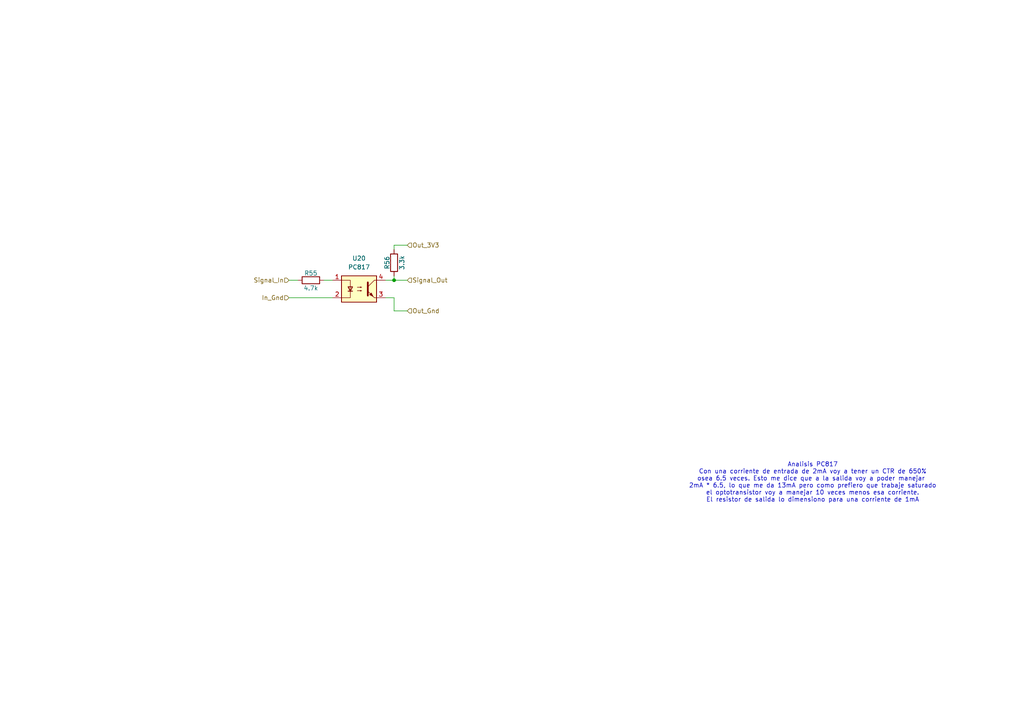
<source format=kicad_sch>
(kicad_sch
	(version 20250114)
	(generator "eeschema")
	(generator_version "9.0")
	(uuid "61fe4e92-0111-4f1d-8b91-3a9decd3913b")
	(paper "A4")
	(lib_symbols
		(symbol "Device:R"
			(pin_numbers
				(hide yes)
			)
			(pin_names
				(offset 0)
			)
			(exclude_from_sim no)
			(in_bom yes)
			(on_board yes)
			(property "Reference" "R"
				(at 2.032 0 90)
				(effects
					(font
						(size 1.27 1.27)
					)
				)
			)
			(property "Value" "R"
				(at 0 0 90)
				(effects
					(font
						(size 1.27 1.27)
					)
				)
			)
			(property "Footprint" ""
				(at -1.778 0 90)
				(effects
					(font
						(size 1.27 1.27)
					)
					(hide yes)
				)
			)
			(property "Datasheet" "~"
				(at 0 0 0)
				(effects
					(font
						(size 1.27 1.27)
					)
					(hide yes)
				)
			)
			(property "Description" "Resistor"
				(at 0 0 0)
				(effects
					(font
						(size 1.27 1.27)
					)
					(hide yes)
				)
			)
			(property "ki_keywords" "R res resistor"
				(at 0 0 0)
				(effects
					(font
						(size 1.27 1.27)
					)
					(hide yes)
				)
			)
			(property "ki_fp_filters" "R_*"
				(at 0 0 0)
				(effects
					(font
						(size 1.27 1.27)
					)
					(hide yes)
				)
			)
			(symbol "R_0_1"
				(rectangle
					(start -1.016 -2.54)
					(end 1.016 2.54)
					(stroke
						(width 0.254)
						(type default)
					)
					(fill
						(type none)
					)
				)
			)
			(symbol "R_1_1"
				(pin passive line
					(at 0 3.81 270)
					(length 1.27)
					(name "~"
						(effects
							(font
								(size 1.27 1.27)
							)
						)
					)
					(number "1"
						(effects
							(font
								(size 1.27 1.27)
							)
						)
					)
				)
				(pin passive line
					(at 0 -3.81 90)
					(length 1.27)
					(name "~"
						(effects
							(font
								(size 1.27 1.27)
							)
						)
					)
					(number "2"
						(effects
							(font
								(size 1.27 1.27)
							)
						)
					)
				)
			)
			(embedded_fonts no)
		)
		(symbol "Isolator:PC817"
			(pin_names
				(offset 1.016)
			)
			(exclude_from_sim no)
			(in_bom yes)
			(on_board yes)
			(property "Reference" "U"
				(at -5.08 5.08 0)
				(effects
					(font
						(size 1.27 1.27)
					)
					(justify left)
				)
			)
			(property "Value" "PC817"
				(at 0 5.08 0)
				(effects
					(font
						(size 1.27 1.27)
					)
					(justify left)
				)
			)
			(property "Footprint" "Package_DIP:DIP-4_W7.62mm"
				(at -5.08 -5.08 0)
				(effects
					(font
						(size 1.27 1.27)
						(italic yes)
					)
					(justify left)
					(hide yes)
				)
			)
			(property "Datasheet" "http://www.soselectronic.cz/a_info/resource/d/pc817.pdf"
				(at 0 0 0)
				(effects
					(font
						(size 1.27 1.27)
					)
					(justify left)
					(hide yes)
				)
			)
			(property "Description" "DC Optocoupler, Vce 35V, CTR 50-300%, DIP-4"
				(at 0 0 0)
				(effects
					(font
						(size 1.27 1.27)
					)
					(hide yes)
				)
			)
			(property "ki_keywords" "NPN DC Optocoupler"
				(at 0 0 0)
				(effects
					(font
						(size 1.27 1.27)
					)
					(hide yes)
				)
			)
			(property "ki_fp_filters" "DIP*W7.62mm*"
				(at 0 0 0)
				(effects
					(font
						(size 1.27 1.27)
					)
					(hide yes)
				)
			)
			(symbol "PC817_0_1"
				(rectangle
					(start -5.08 3.81)
					(end 5.08 -3.81)
					(stroke
						(width 0.254)
						(type default)
					)
					(fill
						(type background)
					)
				)
				(polyline
					(pts
						(xy -5.08 2.54) (xy -2.54 2.54) (xy -2.54 -0.635)
					)
					(stroke
						(width 0)
						(type default)
					)
					(fill
						(type none)
					)
				)
				(polyline
					(pts
						(xy -3.175 -0.635) (xy -1.905 -0.635)
					)
					(stroke
						(width 0.254)
						(type default)
					)
					(fill
						(type none)
					)
				)
				(polyline
					(pts
						(xy -2.54 -0.635) (xy -2.54 -2.54) (xy -5.08 -2.54)
					)
					(stroke
						(width 0)
						(type default)
					)
					(fill
						(type none)
					)
				)
				(polyline
					(pts
						(xy -2.54 -0.635) (xy -3.175 0.635) (xy -1.905 0.635) (xy -2.54 -0.635)
					)
					(stroke
						(width 0.254)
						(type default)
					)
					(fill
						(type none)
					)
				)
				(polyline
					(pts
						(xy -0.508 0.508) (xy 0.762 0.508) (xy 0.381 0.381) (xy 0.381 0.635) (xy 0.762 0.508)
					)
					(stroke
						(width 0)
						(type default)
					)
					(fill
						(type none)
					)
				)
				(polyline
					(pts
						(xy -0.508 -0.508) (xy 0.762 -0.508) (xy 0.381 -0.635) (xy 0.381 -0.381) (xy 0.762 -0.508)
					)
					(stroke
						(width 0)
						(type default)
					)
					(fill
						(type none)
					)
				)
				(polyline
					(pts
						(xy 2.54 1.905) (xy 2.54 -1.905)
					)
					(stroke
						(width 0.508)
						(type default)
					)
					(fill
						(type none)
					)
				)
				(polyline
					(pts
						(xy 2.54 0.635) (xy 4.445 2.54)
					)
					(stroke
						(width 0)
						(type default)
					)
					(fill
						(type none)
					)
				)
				(polyline
					(pts
						(xy 3.048 -1.651) (xy 3.556 -1.143) (xy 4.064 -2.159) (xy 3.048 -1.651)
					)
					(stroke
						(width 0)
						(type default)
					)
					(fill
						(type outline)
					)
				)
				(polyline
					(pts
						(xy 4.445 2.54) (xy 5.08 2.54)
					)
					(stroke
						(width 0)
						(type default)
					)
					(fill
						(type none)
					)
				)
				(polyline
					(pts
						(xy 4.445 -2.54) (xy 2.54 -0.635)
					)
					(stroke
						(width 0)
						(type default)
					)
					(fill
						(type outline)
					)
				)
				(polyline
					(pts
						(xy 4.445 -2.54) (xy 5.08 -2.54)
					)
					(stroke
						(width 0)
						(type default)
					)
					(fill
						(type none)
					)
				)
			)
			(symbol "PC817_1_1"
				(pin passive line
					(at -7.62 2.54 0)
					(length 2.54)
					(name "~"
						(effects
							(font
								(size 1.27 1.27)
							)
						)
					)
					(number "1"
						(effects
							(font
								(size 1.27 1.27)
							)
						)
					)
				)
				(pin passive line
					(at -7.62 -2.54 0)
					(length 2.54)
					(name "~"
						(effects
							(font
								(size 1.27 1.27)
							)
						)
					)
					(number "2"
						(effects
							(font
								(size 1.27 1.27)
							)
						)
					)
				)
				(pin passive line
					(at 7.62 2.54 180)
					(length 2.54)
					(name "~"
						(effects
							(font
								(size 1.27 1.27)
							)
						)
					)
					(number "4"
						(effects
							(font
								(size 1.27 1.27)
							)
						)
					)
				)
				(pin passive line
					(at 7.62 -2.54 180)
					(length 2.54)
					(name "~"
						(effects
							(font
								(size 1.27 1.27)
							)
						)
					)
					(number "3"
						(effects
							(font
								(size 1.27 1.27)
							)
						)
					)
				)
			)
			(embedded_fonts no)
		)
	)
	(text "Analisis PC817\nCon una corriente de entrada de 2mA voy a tener un CTR de 650%\nosea 6.5 veces. Esto me dice que a la salida voy a poder manejar \n2mA * 6.5, lo que me da 13mA pero como prefiero que trabaje saturado\nel optotransistor voy a manejar 10 veces menos esa corriente.\nEl resistor de salida lo dimensiono para una corriente de 1mA\n"
		(exclude_from_sim no)
		(at 235.712 139.954 0)
		(effects
			(font
				(size 1.27 1.27)
			)
		)
		(uuid "efb41d06-f1c4-4259-ab57-bbdd5d39f48c")
	)
	(junction
		(at 114.3 81.28)
		(diameter 0)
		(color 0 0 0 0)
		(uuid "ed318701-8203-46e5-af4f-047db7babf4e")
	)
	(wire
		(pts
			(xy 83.82 81.28) (xy 86.36 81.28)
		)
		(stroke
			(width 0)
			(type default)
		)
		(uuid "07869bd0-a7a0-4046-82cc-a25285403457")
	)
	(wire
		(pts
			(xy 114.3 81.28) (xy 111.76 81.28)
		)
		(stroke
			(width 0)
			(type default)
		)
		(uuid "0b2037e0-6a4f-4f14-9ac4-08a59aa11b96")
	)
	(wire
		(pts
			(xy 114.3 86.36) (xy 114.3 90.17)
		)
		(stroke
			(width 0)
			(type default)
		)
		(uuid "367f0e5e-8d28-48d7-b3d3-680ce43b3117")
	)
	(wire
		(pts
			(xy 114.3 71.12) (xy 114.3 72.39)
		)
		(stroke
			(width 0)
			(type default)
		)
		(uuid "453bb199-65dc-4f6e-ba05-985026ae0ab0")
	)
	(wire
		(pts
			(xy 114.3 80.01) (xy 114.3 81.28)
		)
		(stroke
			(width 0)
			(type default)
		)
		(uuid "4a2f6d1e-3e14-4214-875c-26f8a7d9c693")
	)
	(wire
		(pts
			(xy 118.11 71.12) (xy 114.3 71.12)
		)
		(stroke
			(width 0)
			(type default)
		)
		(uuid "5a0bd244-5e28-4eab-8703-eb6c9da3b9a2")
	)
	(wire
		(pts
			(xy 111.76 86.36) (xy 114.3 86.36)
		)
		(stroke
			(width 0)
			(type default)
		)
		(uuid "6893dbc2-b234-40c8-a0c3-bc4d96151517")
	)
	(wire
		(pts
			(xy 114.3 81.28) (xy 118.11 81.28)
		)
		(stroke
			(width 0)
			(type default)
		)
		(uuid "731e6cac-5677-4791-aceb-8c22b75e1bb6")
	)
	(wire
		(pts
			(xy 83.82 86.36) (xy 96.52 86.36)
		)
		(stroke
			(width 0)
			(type default)
		)
		(uuid "76259831-b119-47dd-bcfe-4553f1214e9a")
	)
	(wire
		(pts
			(xy 114.3 90.17) (xy 118.11 90.17)
		)
		(stroke
			(width 0)
			(type default)
		)
		(uuid "77fcec69-9cc2-49a5-a0f5-e1e2924792d3")
	)
	(wire
		(pts
			(xy 93.98 81.28) (xy 96.52 81.28)
		)
		(stroke
			(width 0)
			(type default)
		)
		(uuid "8d21d871-9a64-4213-93b5-82841d9c2877")
	)
	(hierarchical_label "Out_3V3"
		(shape input)
		(at 118.11 71.12 0)
		(effects
			(font
				(size 1.27 1.27)
			)
			(justify left)
		)
		(uuid "2ea729e8-dfc7-4d80-9766-a22dd622211e")
	)
	(hierarchical_label "In_Gnd"
		(shape input)
		(at 83.82 86.36 180)
		(effects
			(font
				(size 1.27 1.27)
			)
			(justify right)
		)
		(uuid "36e79a95-1834-4c90-9bd6-43f29e58ed7f")
	)
	(hierarchical_label "Out_Gnd"
		(shape input)
		(at 118.11 90.17 0)
		(effects
			(font
				(size 1.27 1.27)
			)
			(justify left)
		)
		(uuid "9a598f6e-f18e-404a-b8b8-ec505917ee23")
	)
	(hierarchical_label "Signal_Out"
		(shape input)
		(at 118.11 81.28 0)
		(effects
			(font
				(size 1.27 1.27)
			)
			(justify left)
		)
		(uuid "e4a86596-038c-4443-9a2f-79e5550e3121")
	)
	(hierarchical_label "Signal_In"
		(shape input)
		(at 83.82 81.28 180)
		(effects
			(font
				(size 1.27 1.27)
			)
			(justify right)
		)
		(uuid "fb03de16-0f39-4212-b961-e6e1942aaa25")
	)
	(symbol
		(lib_id "Device:R")
		(at 114.3 76.2 180)
		(unit 1)
		(exclude_from_sim no)
		(in_bom yes)
		(on_board yes)
		(dnp no)
		(uuid "045c2d93-675b-4480-a1a5-adacf039d79d")
		(property "Reference" "R56"
			(at 112.268 76.2 90)
			(effects
				(font
					(size 1.27 1.27)
				)
			)
		)
		(property "Value" "3.3k"
			(at 116.586 76.2 90)
			(effects
				(font
					(size 1.27 1.27)
				)
			)
		)
		(property "Footprint" "Resistor_SMD:R_0603_1608Metric_Pad0.98x0.95mm_HandSolder"
			(at 116.078 76.2 90)
			(effects
				(font
					(size 1.27 1.27)
				)
				(hide yes)
			)
		)
		(property "Datasheet" "~"
			(at 114.3 76.2 0)
			(effects
				(font
					(size 1.27 1.27)
				)
				(hide yes)
			)
		)
		(property "Description" "Resistor"
			(at 114.3 76.2 0)
			(effects
				(font
					(size 1.27 1.27)
				)
				(hide yes)
			)
		)
		(pin "1"
			(uuid "13fcfda8-1d11-4cd0-9982-e96df975d66f")
		)
		(pin "2"
			(uuid "73341dc3-2583-465f-bb01-38bc3fec9a8a")
		)
		(instances
			(project "VFD_V1"
				(path "/e60c11d9-ab9e-4760-a4a7-008fcec65a72/fc30a5fb-ff38-4397-8c78-21712589d910/15d84fde-48a5-471f-8aa3-e7a3fbba29f1"
					(reference "R56")
					(unit 1)
				)
			)
		)
	)
	(symbol
		(lib_id "Device:R")
		(at 90.17 81.28 90)
		(unit 1)
		(exclude_from_sim no)
		(in_bom yes)
		(on_board yes)
		(dnp no)
		(uuid "1098428c-cc0c-480c-a4e0-53a7ae4ed420")
		(property "Reference" "R55"
			(at 90.17 79.248 90)
			(effects
				(font
					(size 1.27 1.27)
				)
			)
		)
		(property "Value" "4.7k"
			(at 90.17 83.566 90)
			(effects
				(font
					(size 1.27 1.27)
				)
			)
		)
		(property "Footprint" "Resistor_SMD:R_0603_1608Metric_Pad0.98x0.95mm_HandSolder"
			(at 90.17 83.058 90)
			(effects
				(font
					(size 1.27 1.27)
				)
				(hide yes)
			)
		)
		(property "Datasheet" "~"
			(at 90.17 81.28 0)
			(effects
				(font
					(size 1.27 1.27)
				)
				(hide yes)
			)
		)
		(property "Description" "Resistor"
			(at 90.17 81.28 0)
			(effects
				(font
					(size 1.27 1.27)
				)
				(hide yes)
			)
		)
		(pin "1"
			(uuid "05125d68-7cab-41ae-a039-d0e78f522227")
		)
		(pin "2"
			(uuid "71b8ad43-48a2-4b82-828c-2f674adb04b8")
		)
		(instances
			(project "VFD_V1"
				(path "/e60c11d9-ab9e-4760-a4a7-008fcec65a72/fc30a5fb-ff38-4397-8c78-21712589d910/15d84fde-48a5-471f-8aa3-e7a3fbba29f1"
					(reference "R55")
					(unit 1)
				)
			)
		)
	)
	(symbol
		(lib_id "Isolator:PC817")
		(at 104.14 83.82 0)
		(unit 1)
		(exclude_from_sim no)
		(in_bom yes)
		(on_board yes)
		(dnp no)
		(fields_autoplaced yes)
		(uuid "6d9d36bf-f26f-4b1c-a38e-6b363ccf66f6")
		(property "Reference" "U20"
			(at 104.14 74.93 0)
			(effects
				(font
					(size 1.27 1.27)
				)
			)
		)
		(property "Value" "PC817"
			(at 104.14 77.47 0)
			(effects
				(font
					(size 1.27 1.27)
				)
			)
		)
		(property "Footprint" "Package_DIP:DIP-4_W7.62mm_SMDSocket_SmallPads"
			(at 99.06 88.9 0)
			(effects
				(font
					(size 1.27 1.27)
					(italic yes)
				)
				(justify left)
				(hide yes)
			)
		)
		(property "Datasheet" "http://www.soselectronic.cz/a_info/resource/d/pc817.pdf"
			(at 104.14 83.82 0)
			(effects
				(font
					(size 1.27 1.27)
				)
				(justify left)
				(hide yes)
			)
		)
		(property "Description" "DC Optocoupler, Vce 35V, CTR 50-300%, DIP-4"
			(at 104.14 83.82 0)
			(effects
				(font
					(size 1.27 1.27)
				)
				(hide yes)
			)
		)
		(pin "2"
			(uuid "6914255f-8df4-4d85-b601-684f3568b4a0")
		)
		(pin "3"
			(uuid "2e6ab8de-734a-46f7-a5b1-9c453f300c4c")
		)
		(pin "4"
			(uuid "ad5fb806-828e-4ac0-b3c5-e3ce5778537c")
		)
		(pin "1"
			(uuid "c8ba36a9-3f45-4552-b7b3-c34916e1b338")
		)
		(instances
			(project "VFD_V1"
				(path "/e60c11d9-ab9e-4760-a4a7-008fcec65a72/fc30a5fb-ff38-4397-8c78-21712589d910/15d84fde-48a5-471f-8aa3-e7a3fbba29f1"
					(reference "U20")
					(unit 1)
				)
			)
		)
	)
)

</source>
